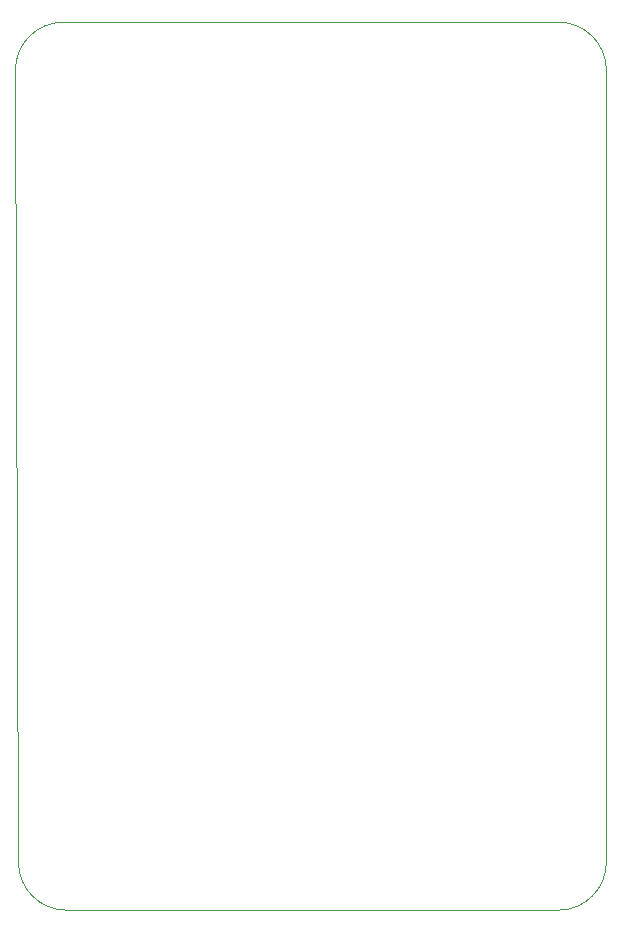
<source format=gbr>
%TF.GenerationSoftware,KiCad,Pcbnew,7.0.2-0*%
%TF.CreationDate,2023-07-08T17:29:12+12:00*%
%TF.ProjectId,RpiFly v3,52706946-6c79-4207-9633-2e6b69636164,rev?*%
%TF.SameCoordinates,PX753dac0PY7a91ee0*%
%TF.FileFunction,Profile,NP*%
%FSLAX46Y46*%
G04 Gerber Fmt 4.6, Leading zero omitted, Abs format (unit mm)*
G04 Created by KiCad (PCBNEW 7.0.2-0) date 2023-07-08 17:29:12*
%MOMM*%
%LPD*%
G01*
G04 APERTURE LIST*
%TA.AperFunction,Profile*%
%ADD10C,0.100000*%
%TD*%
G04 APERTURE END LIST*
D10*
X45720000Y0D02*
G75*
G03*
X49784000Y4064000I0J4064000D01*
G01*
X-254000Y71120000D02*
X0Y4064000D01*
X49784000Y71120000D02*
G75*
G03*
X45720000Y75184000I-4064000J0D01*
G01*
X4064000Y0D02*
X45720000Y0D01*
X3810000Y75184000D02*
X45720000Y75184000D01*
X49784000Y71120000D02*
X49784000Y4064000D01*
X0Y4064000D02*
G75*
G03*
X4064000Y0I4064000J0D01*
G01*
X3810000Y75184000D02*
G75*
G03*
X-254000Y71120000I0J-4064000D01*
G01*
M02*

</source>
